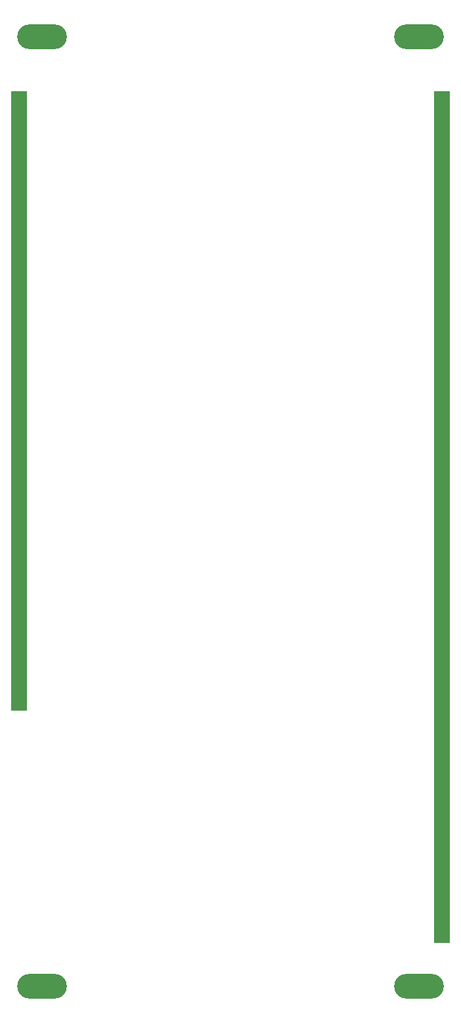
<source format=gbr>
%TF.GenerationSoftware,KiCad,Pcbnew,8.0.4*%
%TF.CreationDate,2024-09-27T18:27:06+01:00*%
%TF.ProjectId,EuroRackPanel-12HP-60mm,4575726f-5261-4636-9b50-616e656c2d31,rev?*%
%TF.SameCoordinates,Original*%
%TF.FileFunction,Soldermask,Bot*%
%TF.FilePolarity,Negative*%
%FSLAX46Y46*%
G04 Gerber Fmt 4.6, Leading zero omitted, Abs format (unit mm)*
G04 Created by KiCad (PCBNEW 8.0.4) date 2024-09-27 18:27:06*
%MOMM*%
%LPD*%
G01*
G04 APERTURE LIST*
%ADD10O,6.400000X3.200000*%
%ADD11R,2.000000X80.000000*%
%ADD12R,2.000000X110.000000*%
G04 APERTURE END LIST*
D10*
%TO.C,H2*%
X56000000Y-175500000D03*
%TD*%
%TO.C,H2*%
X104600000Y-175500000D03*
%TD*%
%TO.C,H1*%
X56000000Y-53000000D03*
%TD*%
%TO.C,H1*%
X104600000Y-53000000D03*
%TD*%
D11*
%TO.C,J1*%
X53000000Y-100000000D03*
%TD*%
D12*
%TO.C,J2*%
X107600000Y-115000000D03*
%TD*%
M02*

</source>
